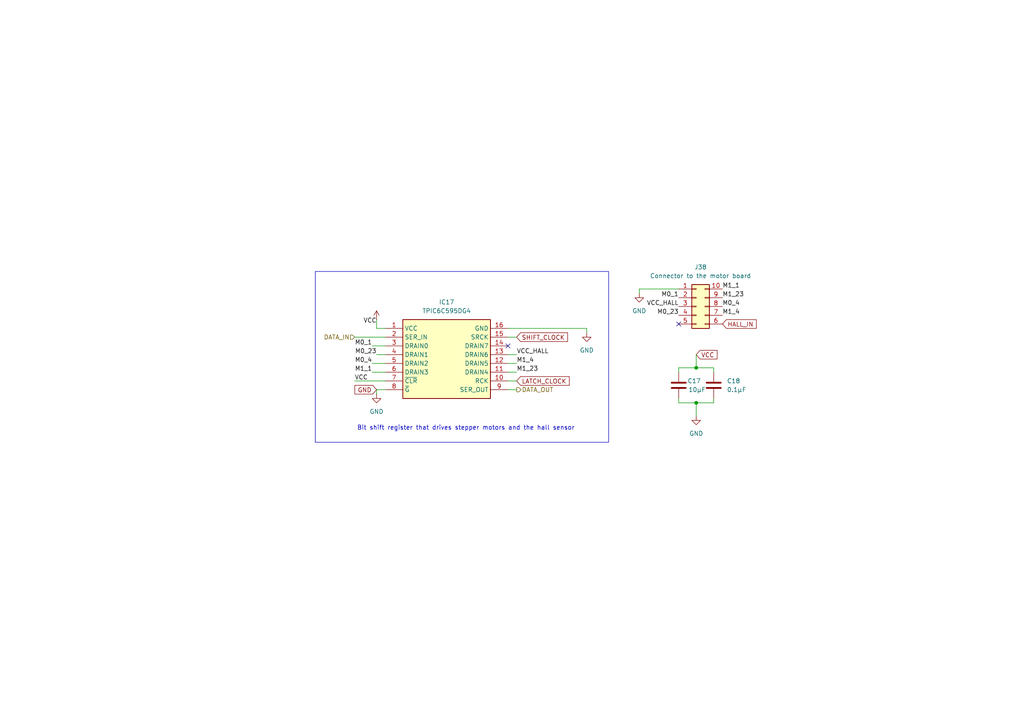
<source format=kicad_sch>
(kicad_sch (version 20231120) (generator "eeschema") (generator_version "8.0")
  (paper "A4")
  (title_block (title "Motor driver") (date "2024-11-23") (rev "1"))
  (lib_symbols
    (symbol "Connector_Generic:Conn_02x05_Counter_Clockwise" (pin_names (offset 1.016) hide)
      (property "Reference" "J" (at 1.27 7.62 0))
      (property "Value" "Conn_02x05_Counter_Clockwise" (at 1.27 -7.62 0))
      (symbol "Conn_02x05_Counter_Clockwise_1_1"
        (rectangle (start -1.27 -4.953) (end 0 -5.207) (stroke (width 0.1524)))
        (rectangle (start -1.27 -2.413) (end 0 -2.667) (stroke (width 0.1524)))
        (rectangle (start -1.27 0.127) (end 0 -0.127) (stroke (width 0.1524)))
        (rectangle (start -1.27 2.667) (end 0 2.413) (stroke (width 0.1524)))
        (rectangle (start -1.27 5.207) (end 0 4.953) (stroke (width 0.1524)))
        (rectangle (start -1.27 6.35) (end 3.81 -6.35) (stroke (width 0.254)) (fill (type background)))
        (rectangle (start 3.81 -4.953) (end 2.54 -5.207) (stroke (width 0.1524)))
        (rectangle (start 3.81 -2.413) (end 2.54 -2.667) (stroke (width 0.1524)))
        (rectangle (start 3.81 0.127) (end 2.54 -0.127) (stroke (width 0.1524)))
        (rectangle (start 3.81 2.667) (end 2.54 2.413) (stroke (width 0.1524)))
        (rectangle (start 3.81 5.207) (end 2.54 4.953) (stroke (width 0.1524)))
        (pin passive line (at -5.08 5.08 0) (length 3.81) (name "Pin_1") (number "1"))
        (pin passive line (at 7.62 5.08 180) (length 3.81) (name "Pin_10") (number "10"))
        (pin passive line (at -5.08 2.54 0) (length 3.81) (name "Pin_2") (number "2"))
        (pin passive line (at -5.08 0 0) (length 3.81) (name "Pin_3") (number "3"))
        (pin passive line (at -5.08 -2.54 0) (length 3.81) (name "Pin_4") (number "4"))
        (pin passive line (at -5.08 -5.08 0) (length 3.81) (name "Pin_5") (number "5"))
        (pin passive line (at 7.62 -5.08 180) (length 3.81) (name "Pin_6") (number "6"))
        (pin passive line (at 7.62 -2.54 180) (length 3.81) (name "Pin_7") (number "7"))
        (pin passive line (at 7.62 0 180) (length 3.81) (name "Pin_8") (number "8"))
        (pin passive line (at 7.62 2.54 180) (length 3.81) (name "Pin_9") (number "9"))
      )
    )
    (symbol "Device:C" (pin_numbers hide) (pin_names (offset 0.254))
      (property "Reference" "C" (at 0.635 2.54 0))
      (property "Value" "C" (at 0.635 -2.54 0))
      (symbol "C_0_1"
        (polyline (pts (xy -2.032 -0.762) (xy 2.032 -0.762)) (stroke (width 0.508)))
        (polyline (pts (xy -2.032 0.762) (xy 2.032 0.762)) (stroke (width 0.508)))
      )
      (symbol "C_1_1"
        (pin passive line (at 0 3.81 270) (length 2.794) (name "~") (number "1"))
        (pin passive line (at 0 -3.81 90) (length 2.794) (name "~") (number "2"))
      )
    )
    (symbol "Samacsys:TPIC6C595DG4"
      (property "Reference" "IC" (at 31.75 7.62 0))
      (property "Value" "TPIC6C595DG4" (at 31.75 5.08 0))
      (symbol "TPIC6C595DG4_1_1"
        (rectangle (start 5.08 2.54) (end 30.48 -20.32) (stroke (width 0.254)) (fill (type background)))
        (pin passive line (at 0 0 0) (length 5.08) (name "VCC") (number "1"))
        (pin passive line (at 35.56 -15.24 180) (length 5.08) (name "RCK") (number "10"))
        (pin passive line (at 35.56 -12.7 180) (length 5.08) (name "DRAIN4") (number "11"))
        (pin passive line (at 35.56 -10.16 180) (length 5.08) (name "DRAIN5") (number "12"))
        (pin passive line (at 35.56 -7.62 180) (length 5.08) (name "DRAIN6") (number "13"))
        (pin passive line (at 35.56 -5.08 180) (length 5.08) (name "DRAIN7") (number "14"))
        (pin passive line (at 35.56 -2.54 180) (length 5.08) (name "SRCK") (number "15"))
        (pin passive line (at 35.56 0 180) (length 5.08) (name "GND") (number "16"))
        (pin passive line (at 0 -2.54 0) (length 5.08) (name "SER_IN") (number "2"))
        (pin passive line (at 0 -5.08 0) (length 5.08) (name "DRAIN0") (number "3"))
        (pin passive line (at 0 -7.62 0) (length 5.08) (name "DRAIN1") (number "4"))
        (pin passive line (at 0 -10.16 0) (length 5.08) (name "DRAIN2") (number "5"))
        (pin passive line (at 0 -12.7 0) (length 5.08) (name "DRAIN3") (number "6"))
        (pin passive line (at 0 -15.24 0) (length 5.08) (name "~{CLR}") (number "7"))
        (pin passive line (at 0 -17.78 0) (length 5.08) (name "~{G}") (number "8"))
        (pin passive line (at 35.56 -17.78 180) (length 5.08) (name "SER_OUT") (number "9"))
      )
    )
    (symbol "power:GND" (power) (pin_numbers hide) (pin_names (offset 0) hide)
      (property "Value" "GND" (at 0 -3.81 0))
      (symbol "GND_0_1"
        (polyline (pts (xy 0 0) (xy 0 -1.27) (xy 1.27 -1.27) (xy 0 -2.54) (xy -1.27 -1.27) (xy 0 -1.27)))
      )
      (symbol "GND_1_1"
        (pin power_in line (at 0 0 270) (length 0) (name "~") (number "1"))
      )
    )
    (symbol "power:VCC" (power) (pin_numbers hide) (pin_names (offset 0) hide)
      (property "Value" "VCC" (at 0 3.556 0))
      (symbol "VCC_0_1"
        (polyline (pts (xy -0.762 1.27) (xy 0 2.54)))
        (polyline (pts (xy 0 0) (xy 0 2.54)))
        (polyline (pts (xy 0 2.54) (xy 0.762 1.27)))
      )
      (symbol "VCC_1_1"
        (pin power_in line (at 0 0 90) (length 0) (name "~") (number "1"))
      )
    )
  )
  (junction (at 201.93 116.84))
  (junction (at 201.93 106.68))
  (no_connect (at 196.85 93.98))
  (no_connect (at 147.32 100.33))
  (wire (pts (xy 111.76 113.03) (xy 109.22 113.03)))
  (wire (pts (xy 147.32 97.79) (xy 149.86 97.79)))
  (wire (pts (xy 107.95 105.41) (xy 111.76 105.41)))
  (wire (pts (xy 196.85 115.57) (xy 196.85 116.84)))
  (wire (pts (xy 102.87 110.49) (xy 111.76 110.49)))
  (wire (pts (xy 196.85 107.95) (xy 196.85 106.68)))
  (wire (pts (xy 107.95 107.95) (xy 111.76 107.95)))
  (wire (pts (xy 147.32 113.03) (xy 149.86 113.03)))
  (wire (pts (xy 109.22 95.25) (xy 109.22 92.71)))
  (wire (pts (xy 102.87 97.79) (xy 111.76 97.79)))
  (wire (pts (xy 109.22 102.87) (xy 111.76 102.87)))
  (wire (pts (xy 196.85 116.84) (xy 201.93 116.84)))
  (wire (pts (xy 207.01 107.95) (xy 207.01 106.68)))
  (wire (pts (xy 149.86 105.41) (xy 147.32 105.41)))
  (wire (pts (xy 201.93 102.87) (xy 201.93 106.68)))
  (wire (pts (xy 196.85 106.68) (xy 201.93 106.68)))
  (wire (pts (xy 107.95 100.33) (xy 111.76 100.33)))
  (wire (pts (xy 109.22 113.03) (xy 109.22 114.3)))
  (wire (pts (xy 185.42 85.09) (xy 185.42 83.82)))
  (wire (pts (xy 185.42 83.82) (xy 196.85 83.82)))
  (wire (pts (xy 147.32 110.49) (xy 149.86 110.49)))
  (wire (pts (xy 111.76 95.25) (xy 109.22 95.25)))
  (wire (pts (xy 170.18 95.25) (xy 170.18 96.52)))
  (wire (pts (xy 207.01 116.84) (xy 201.93 116.84)))
  (wire (pts (xy 149.86 102.87) (xy 147.32 102.87)))
  (wire (pts (xy 147.32 95.25) (xy 170.18 95.25)))
  (wire (pts (xy 149.86 107.95) (xy 147.32 107.95)))
  (wire (pts (xy 207.01 115.57) (xy 207.01 116.84)))
  (wire (pts (xy 201.93 116.84) (xy 201.93 120.65)))
  (wire (pts (xy 201.93 106.68) (xy 207.01 106.68)))
  (rectangle (start 91.44 78.74) (end 176.53 128.27))
  (text "Bit shift register that drives stepper motors and the hall sensor" (at 135.128 124.206 0) (effects (font (size 1.27 1.27))))
  (label "M0_23" (at 196.85 91.44 180))
  (label "VCC" (at 109.22 93.98 180))
  (label "M0_4" (at 107.95 105.41 180))
  (label "M0_23" (at 109.22 102.87 180))
  (label "M0_4" (at 209.55 88.9 0))
  (label "M0_1" (at 196.85 86.36 180))
  (label "M1_1" (at 107.95 107.95 180))
  (label "VCC" (at 102.87 110.49 0))
  (label "M1_23" (at 209.55 86.36 0))
  (label "M0_1" (at 107.95 100.33 180))
  (label "VCC_HALL" (at 149.86 102.87 0))
  (label "VCC_HALL" (at 196.85 88.9 180))
  (label "M1_23" (at 149.86 107.95 0))
  (label "M1_1" (at 209.55 83.82 0))
  (label "M1_4" (at 209.55 91.44 0))
  (label "M1_4" (at 149.86 105.41 0))
  (global_label "HALL_IN" (shape input) (at 209.55 93.98 0) (property "Intersheetrefs" "${INTERSHEET_REFS}" (effects (hide yes))))
  (global_label "VCC" (shape input) (at 201.93 102.87 0) (property "Intersheetrefs" "${INTERSHEET_REFS}" (effects (hide yes))))
  (global_label "LATCH_CLOCK" (shape input) (at 149.86 110.49 0) (property "Intersheetrefs" "${INTERSHEET_REFS}" (effects (hide yes))))
  (global_label "GND" (shape input) (at 109.22 113.03 180) (property "Intersheetrefs" "${INTERSHEET_REFS}" (effects (hide yes))))
  (global_label "SHIFT_CLOCK" (shape input) (at 149.86 97.79 0) (property "Intersheetrefs" "${INTERSHEET_REFS}" (effects (hide yes))))
  (hierarchical_label "DATA_IN" (shape input) (at 102.87 97.79 180))
  (hierarchical_label "DATA_OUT" (shape output) (at 149.86 113.03 0))
  (symbol (lib_id "power:GND") (at 170.18 96.52 0) (unit 1)
    (property "Reference" "#PWR095" (effects (hide yes)))
    (property "Value" "GND" (at 170.18 101.6 0))
    (property "Description" "Power symbol creates a global label with name \"GND\" , ground" (effects (hide yes)))
    (instances (project "driver_board" (path "" (reference "#PWR053") (unit 1)) (path "" (reference "#PWR023") (unit 1)) (path "" (reference "#PWR065") (unit 1)) (path "" (reference "#PWR059") (unit 1)) (path "" (reference "#PWR089") (unit 1)) (path "" (reference "#PWR029") (unit 1)) (path "" (reference "#PWR0113") (unit 1)) (path "" (reference "#PWR017") (unit 1)) (path "" (reference "#PWR071") (unit 1)) (path "" (reference "#PWR047") (unit 1)) (path "" (reference "#PWR0119") (unit 1)) (path "" (reference "#PWR0131") (unit 1)) (path "" (reference "#PWR095") (unit 1)) (path "" (reference "#PWR05") (unit 1)) (path "" (reference "#PWR0101") (unit 1)) (path "" (reference "#PWR041") (unit 1)) (path "" (reference "#PWR0125") (unit 1)) (path "" (reference "#PWR0143") (unit 1)) (path "" (reference "#PWR077") (unit 1)) (path "" (reference "#PWR011") (unit 1)) (path "" (reference "#PWR0137") (unit 1)) (path "" (reference "#PWR0107") (unit 1)) (path "" (reference "#PWR083") (unit 1)) (path "" (reference "#PWR035") (unit 1))))
  )
  (symbol (lib_id "Device:C") (at 207.01 111.76 0) (unit 1)
    (property "Reference" "C32" (at 210.82 110.4899 0) (effects (justify left)))
    (property "Value" "0.1µF" (at 210.82 113.0299 0) (effects (justify left)))
    (property "Footprint" "Snapeda:1808J1000392KCT_CAPC4520X200N" (effects (hide yes)))
    (property "Description" "Unpolarized capacitor" (effects (hide yes)))
    (instances (project "driver_board" (path "" (reference "C18") (unit 1)) (path "" (reference "C8") (unit 1)) (path "" (reference "C22") (unit 1)) (path "" (reference "C20") (unit 1)) (path "" (reference "C30") (unit 1)) (path "" (reference "C10") (unit 1)) (path "" (reference "C38") (unit 1)) (path "" (reference "C6") (unit 1)) (path "" (reference "C24") (unit 1)) (path "" (reference "C16") (unit 1)) (path "" (reference "C40") (unit 1)) (path "" (reference "C44") (unit 1)) (path "" (reference "C32") (unit 1)) (path "" (reference "C2") (unit 1)) (path "" (reference "C34") (unit 1)) (path "" (reference "C14") (unit 1)) (path "" (reference "C42") (unit 1)) (path "" (reference "C48") (unit 1)) (path "" (reference "C26") (unit 1)) (path "" (reference "C4") (unit 1)) (path "" (reference "C46") (unit 1)) (path "" (reference "C36") (unit 1)) (path "" (reference "C28") (unit 1)) (path "" (reference "C12") (unit 1))))
  )
  (symbol (lib_id "Device:C") (at 196.85 111.76 0) (unit 1)
    (property "Reference" "C31" (at 199.39 110.49 0) (effects (justify left)))
    (property "Value" "10µF" (at 199.644 113.03 0) (effects (justify left)))
    (property "Footprint" "Capacitor_SMD:C_1210_3225Metric" (effects (hide yes)))
    (property "Description" "Unpolarized capacitor" (effects (hide yes)))
    (instances (project "driver_board" (path "" (reference "C17") (unit 1)) (path "" (reference "C7") (unit 1)) (path "" (reference "C21") (unit 1)) (path "" (reference "C19") (unit 1)) (path "" (reference "C29") (unit 1)) (path "" (reference "C9") (unit 1)) (path "" (reference "C37") (unit 1)) (path "" (reference "C5") (unit 1)) (path "" (reference "C23") (unit 1)) (path "" (reference "C15") (unit 1)) (path "" (reference "C39") (unit 1)) (path "" (reference "C43") (unit 1)) (path "" (reference "C31") (unit 1)) (path "" (reference "C1") (unit 1)) (path "" (reference "C33") (unit 1)) (path "" (reference "C13") (unit 1)) (path "" (reference "C41") (unit 1)) (path "" (reference "C47") (unit 1)) (path "" (reference "C25") (unit 1)) (path "" (reference "C3") (unit 1)) (path "" (reference "C45") (unit 1)) (path "" (reference "C35") (unit 1)) (path "" (reference "C27") (unit 1)) (path "" (reference "C11") (unit 1))))
  )
  (symbol (lib_id "power:VCC") (at 109.22 92.71 0) (unit 1)
    (property "Reference" "#PWR093" (effects (hide yes)))
    (property "Value" "VCC_CMD" (effects (hide yes)))
    (property "Description" "Power symbol creates a global label with name \"VCC\"" (effects (hide yes)))
    (instances (project "driver_board" (path "" (reference "#PWR051") (unit 1)) (path "" (reference "#PWR021") (unit 1)) (path "" (reference "#PWR063") (unit 1)) (path "" (reference "#PWR057") (unit 1)) (path "" (reference "#PWR087") (unit 1)) (path "" (reference "#PWR027") (unit 1)) (path "" (reference "#PWR0111") (unit 1)) (path "" (reference "#PWR015") (unit 1)) (path "" (reference "#PWR069") (unit 1)) (path "" (reference "#PWR045") (unit 1)) (path "" (reference "#PWR0117") (unit 1)) (path "" (reference "#PWR0129") (unit 1)) (path "" (reference "#PWR093") (unit 1)) (path "" (reference "#PWR03") (unit 1)) (path "" (reference "#PWR099") (unit 1)) (path "" (reference "#PWR039") (unit 1)) (path "" (reference "#PWR0123") (unit 1)) (path "" (reference "#PWR0141") (unit 1)) (path "" (reference "#PWR075") (unit 1)) (path "" (reference "#PWR09") (unit 1)) (path "" (reference "#PWR0135") (unit 1)) (path "" (reference "#PWR0105") (unit 1)) (path "" (reference "#PWR081") (unit 1)) (path "" (reference "#PWR033") (unit 1))))
  )
  (symbol (lib_id "Connector_Generic:Conn_02x05_Counter_Clockwise") (at 201.93 88.9 0) (unit 1)
    (property "Reference" "J42" (at 203.2 77.47 0))
    (property "Value" "Connector to the motor board" (at 203.2 80.01 0))
    (property "Footprint" "Connector_IDC:IDC-Header_2x05_P2.54mm_Vertical" (effects (hide yes)))
    (property "Description" "Generic connector, double row, 02x05, counter clockwise pin numbering scheme (similar to DIP package numbering), script generated (kicad-library-utils/schlib/autogen/connector/)" (effects (hide yes)))
    (instances (project "" (path "" (reference "J38") (unit 1)) (path "" (reference "J33") (unit 1)) (path "" (reference "J40") (unit 1)) (path "" (reference "J39") (unit 1)) (path "" (reference "J44") (unit 1)) (path "" (reference "J34") (unit 1)) (path "" (reference "J48") (unit 1)) (path "" (reference "J32") (unit 1)) (path "" (reference "J41") (unit 1)) (path "" (reference "J37") (unit 1)) (path "" (reference "J49") (unit 1)) (path "" (reference "J51") (unit 1)) (path "" (reference "J45") (unit 1)) (path "" (reference "J30") (unit 1)) (path "" (reference "J46") (unit 1)) (path "" (reference "J36") (unit 1)) (path "" (reference "J50") (unit 1)) (path "" (reference "J53") (unit 1)) (path "" (reference "J42") (unit 1)) (path "" (reference "J31") (unit 1)) (path "" (reference "J52") (unit 1)) (path "" (reference "J47") (unit 1)) (path "" (reference "J43") (unit 1)) (path "" (reference "J35") (unit 1))))
  )
  (symbol (lib_id "Samacsys:TPIC6C595DG4") (at 111.76 95.25 0) (unit 1)
    (property "Reference" "IC31" (at 129.54 87.63 0))
    (property "Value" "TPIC6C595DG4" (at 129.54 90.17 0))
    (property "Footprint" "Samacsys:SOIC127P600X175-16N" (effects (hide yes)))
    (property "Datasheet" "http://www.ti.com/lit/gpn/TPIC6C595" (effects (hide yes)))
    (property "Description" "8-bit shift register" (effects (hide yes)))
    (property "Height" "1.75" (effects (hide yes)))
    (property "Mouser Part Number" "595-TPIC6C595DG4" (effects (hide yes)))
    (property "Mouser Price/Stock" "https://www.mouser.co.uk/ProductDetail/Texas-Instruments/TPIC6C595DG4?qs=ojKcPFmCWSW%2F0FGrZGUH8g%3D%3D" (effects (hide yes)))
    (property "Manufacturer_Name" "Texas Instruments" (effects (hide yes)))
    (property "Manufacturer_Part_Number" "TPIC6C595DG4" (effects (hide yes)))
    (instances (project "" (path "" (reference "IC17") (unit 1)) (path "" (reference "IC7") (unit 1)) (path "" (reference "IC21") (unit 1)) (path "" (reference "IC19") (unit 1)) (path "" (reference "IC29") (unit 1)) (path "" (reference "IC9") (unit 1)) (path "" (reference "IC37") (unit 1)) (path "" (reference "IC5") (unit 1)) (path "" (reference "IC23") (unit 1)) (path "" (reference "IC15") (unit 1)) (path "" (reference "IC39") (unit 1)) (path "" (reference "IC43") (unit 1)) (path "" (reference "IC31") (unit 1)) (path "" (reference "IC1") (unit 1)) (path "" (reference "IC33") (unit 1)) (path "" (reference "IC13") (unit 1)) (path "" (reference "IC41") (unit 1)) (path "" (reference "IC47") (unit 1)) (path "" (reference "IC25") (unit 1)) (path "" (reference "IC3") (unit 1)) (path "" (reference "IC45") (unit 1)) (path "" (reference "IC35") (unit 1)) (path "" (reference "IC27") (unit 1)) (path "" (reference "IC11") (unit 1))))
  )
  (symbol (lib_id "power:GND") (at 109.22 114.3 0) (unit 1)
    (property "Reference" "#PWR094" (effects (hide yes)))
    (property "Value" "GND" (at 109.22 119.38 0))
    (property "Description" "Power symbol creates a global label with name \"GND\" , ground" (effects (hide yes)))
    (instances (project "driver_board" (path "" (reference "#PWR052") (unit 1)) (path "" (reference "#PWR022") (unit 1)) (path "" (reference "#PWR064") (unit 1)) (path "" (reference "#PWR058") (unit 1)) (path "" (reference "#PWR088") (unit 1)) (path "" (reference "#PWR028") (unit 1)) (path "" (reference "#PWR0112") (unit 1)) (path "" (reference "#PWR016") (unit 1)) (path "" (reference "#PWR070") (unit 1)) (path "" (reference "#PWR046") (unit 1)) (path "" (reference "#PWR0118") (unit 1)) (path "" (reference "#PWR0130") (unit 1)) (path "" (reference "#PWR094") (unit 1)) (path "" (reference "#PWR04") (unit 1)) (path "" (reference "#PWR0100") (unit 1)) (path "" (reference "#PWR040") (unit 1)) (path "" (reference "#PWR0124") (unit 1)) (path "" (reference "#PWR0142") (unit 1)) (path "" (reference "#PWR076") (unit 1)) (path "" (reference "#PWR010") (unit 1)) (path "" (reference "#PWR0136") (unit 1)) (path "" (reference "#PWR0106") (unit 1)) (path "" (reference "#PWR082") (unit 1)) (path "" (reference "#PWR034") (unit 1))))
  )
  (symbol (lib_id "power:GND") (at 201.93 120.65 0) (unit 1)
    (property "Reference" "#PWR091" (effects (hide yes)))
    (property "Value" "GND" (at 201.93 125.73 0))
    (property "Description" "Power symbol creates a global label with name \"GND\" , ground" (effects (hide yes)))
    (instances (project "driver_board" (path "" (reference "#PWR049") (unit 1)) (path "" (reference "#PWR019") (unit 1)) (path "" (reference "#PWR061") (unit 1)) (path "" (reference "#PWR055") (unit 1)) (path "" (reference "#PWR085") (unit 1)) (path "" (reference "#PWR025") (unit 1)) (path "" (reference "#PWR0109") (unit 1)) (path "" (reference "#PWR013") (unit 1)) (path "" (reference "#PWR067") (unit 1)) (path "" (reference "#PWR043") (unit 1)) (path "" (reference "#PWR0115") (unit 1)) (path "" (reference "#PWR0127") (unit 1)) (path "" (reference "#PWR091") (unit 1)) (path "" (reference "#PWR01") (unit 1)) (path "" (reference "#PWR097") (unit 1)) (path "" (reference "#PWR037") (unit 1)) (path "" (reference "#PWR0121") (unit 1)) (path "" (reference "#PWR0139") (unit 1)) (path "" (reference "#PWR073") (unit 1)) (path "" (reference "#PWR07") (unit 1)) (path "" (reference "#PWR0133") (unit 1)) (path "" (reference "#PWR0103") (unit 1)) (path "" (reference "#PWR079") (unit 1)) (path "" (reference "#PWR031") (unit 1))))
  )
  (symbol (lib_id "power:GND") (at 185.42 85.09 0) (unit 1)
    (property "Reference" "#PWR06" (effects (hide yes)))
    (property "Value" "GND" (at 185.42 90.17 0))
    (property "Description" "Power symbol creates a global label with name \"GND\" , ground" (effects (hide yes)))
    (instances (project "driver_board" (path "" (reference "#PWR054") (unit 1)) (path "" (reference "#PWR024") (unit 1)) (path "" (reference "#PWR066") (unit 1)) (path "" (reference "#PWR060") (unit 1)) (path "" (reference "#PWR090") (unit 1)) (path "" (reference "#PWR030") (unit 1)) (path "" (reference "#PWR0114") (unit 1)) (path "" (reference "#PWR018") (unit 1)) (path "" (reference "#PWR072") (unit 1)) (path "" (reference "#PWR048") (unit 1)) (path "" (reference "#PWR0120") (unit 1)) (path "" (reference "#PWR0132") (unit 1)) (path "" (reference "#PWR096") (unit 1)) (path "" (reference "#PWR06") (unit 1)) (path "" (reference "#PWR0102") (unit 1)) (path "" (reference "#PWR042") (unit 1)) (path "" (reference "#PWR0126") (unit 1)) (path "" (reference "#PWR0144") (unit 1)) (path "" (reference "#PWR078") (unit 1)) (path "" (reference "#PWR012") (unit 1)) (path "" (reference "#PWR0138") (unit 1)) (path "" (reference "#PWR0108") (unit 1)) (path "" (reference "#PWR084") (unit 1)) (path "" (reference "#PWR036") (unit 1))))
  )
)
</source>
